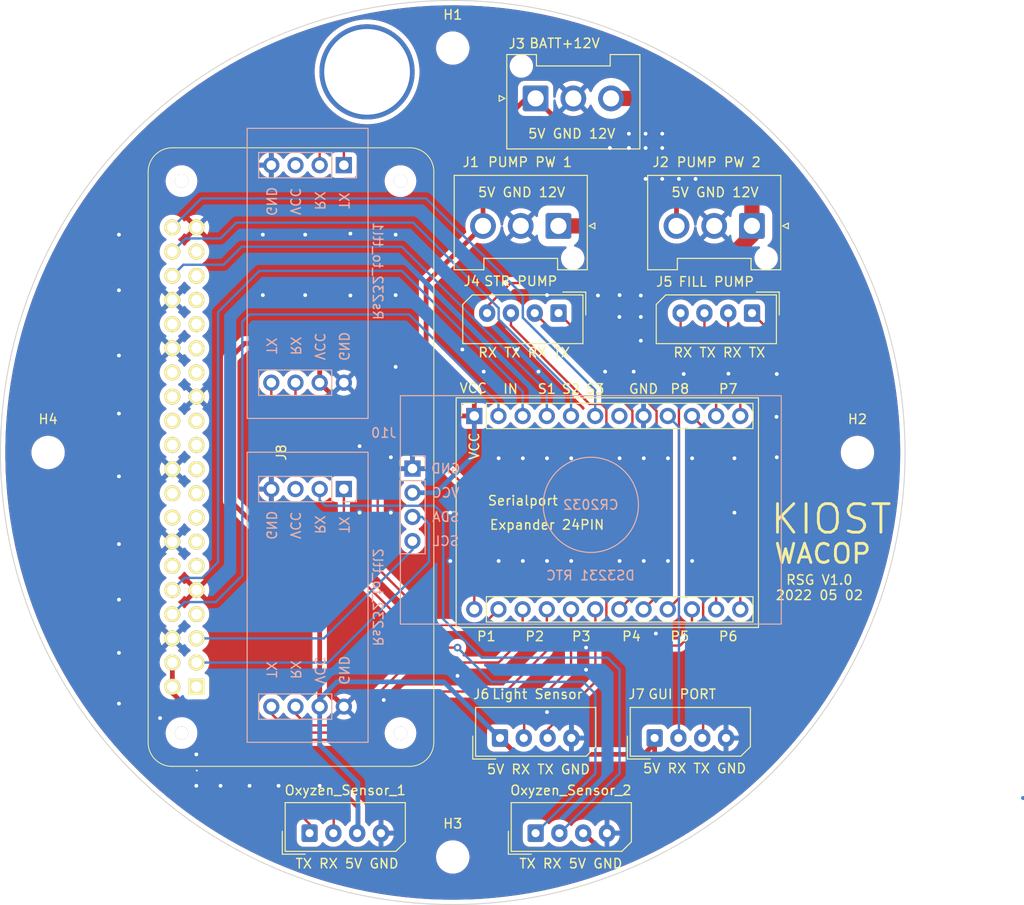
<source format=kicad_pcb>
(kicad_pcb (version 20211014) (generator pcbnew)
  (layers (0 "F.Cu" signal) (31 "B.Cu" signal) (34 "B.Paste" user) (35 "F.Paste" user) (36 "B.SilkS" user "B.Silkscreen") (37 "F.SilkS" user "F.Silkscreen") (38 "B.Mask" user) (39 "F.Mask" user) (44 "Edge.Cuts" user))
  (net 0 "")
  (net 1 "+12V")
  (net 2 "GND")
  (net 3 "+5V")
  (net 4 "/TX-P4")
  (net 5 "/RX-P4")
  (net 6 "/TX-P5")
  (net 7 "/RX-P5")
  (net 8 "/TX-P6")
  (net 9 "/RX-P6")
  (net 10 "/TX-P7")
  (net 11 "/RX-P7")
  (net 12 "/RX-P3")
  (net 13 "/TX-P3")
  (net 14 "/RX-P8")
  (net 15 "/TX-P8")
  (net 17 "/SDA")
  (net 18 "/SCL")
  (net 20 "/RX-IN")
  (net 21 "/TX-IN")
  (net 42 "/S1")
  (net 44 "/S2")
  (net 45 "/S3")
  (net 50 "/RX-P1")
  (net 51 "/TX-P1")
  (net 52 "/RX-P2")
  (net 53 "/TX-P2")
  (net 54 "Net-(Oxyzen_Sensor_1-Pad1)")
  (net 55 "Net-(Oxyzen_Sensor_1-Pad2)")
  (net 56 "Net-(Oxyzen_Sensor_2-Pad1)")
  (net 57 "Net-(Oxyzen_Sensor_2-Pad2)")
  (footprint "MountingHole:MountingHole_2.5mm" (layer "F.Cu") (at 100 77.5)
    (fp_text reference "H4" (at 0 -3.5) (layer "F.SilkS"))
    (fp_text value "MH 2.5mm")
    (pad "" np_thru_hole circle (at 0 0) (size 2.5 2.5) (drill 2.5) (layers *.Cu *.Mask))
  )
  (footprint "Connector_JST:JST_VH_B3P-VH-FB-B_1x03_P3.96mm_Vertical" (layer "F.Cu") (at 173.9175 53.69 180)
    (fp_text reference "J2" (at 9.5795 6.7 180) (layer "F.SilkS"))
    (fp_text value "P_Out_2")
    (pad "" np_thru_hole circle (at -1.5 -3.4 180) (size 1.45 1.45) (drill 1.45) (layers *.Cu *.Mask))
    (pad "1" thru_hole roundrect (at 0 0 180) (size 2.7 2.7) (drill 1.7) (layers *.Cu *.Mask) (roundrect_rratio 0.092593) (net 1 "+12V"))
    (pad "2" thru_hole circle (at 3.96 0 180) (size 2.7 2.7) (drill 1.7) (layers *.Cu *.Mask) (net 2 "GND"))
    (pad "3" thru_hole circle (at 7.92 0 180) (size 2.7 2.7) (drill 1.7) (layers *.Cu *.Mask) (net 3 "+5V"))
  )
  (footprint "Connector_JST:JST_VH_B3P-VH-FB-B_1x03_P3.96mm_Vertical" (layer "F.Cu") (at 151.2025 40.29)
    (fp_text reference "J3" (at -1.9775 -5.746) (layer "F.SilkS"))
    (fp_text value "Power_IN")
    (pad "" np_thru_hole circle (at -1.5 -3.4) (size 1.45 1.45) (drill 1.45) (layers *.Cu *.Mask))
    (pad "1" thru_hole roundrect (at 0 0) (size 2.7 2.7) (drill 1.7) (layers *.Cu *.Mask) (roundrect_rratio 0.092593) (net 3 "+5V"))
    (pad "2" thru_hole circle (at 3.96 0) (size 2.7 2.7) (drill 1.7) (layers *.Cu *.Mask) (net 2 "GND"))
    (pad "3" thru_hole circle (at 7.92 0) (size 2.7 2.7) (drill 1.7) (layers *.Cu *.Mask) (net 1 "+12V"))
  )
  (footprint "Connector_Molex:Molex_SPOX_5267-04A_1x04_P2.50mm_Vertical" (layer "F.Cu") (at 147.46 107.5)
    (fp_text reference "J6" (at -1.96 -4.6) (layer "F.SilkS"))
    (fp_text value "Light_Sensor")
    (pad "1" thru_hole roundrect (at 0 0) (size 1.7 1.85) (drill 0.85) (layers *.Cu *.Mask) (roundrect_rratio 0.1470588235) (net 3 "+5V"))
    (pad "2" thru_hole oval (at 2.5 0) (size 1.7 1.85) (drill 0.85) (layers *.Cu *.Mask) (net 12 "/RX-P3"))
    (pad "3" thru_hole oval (at 5 0) (size 1.7 1.85) (drill 0.85) (layers *.Cu *.Mask) (net 13 "/TX-P3"))
    (pad "4" thru_hole oval (at 7.5 0) (size 1.7 1.85) (drill 0.85) (layers *.Cu *.Mask) (net 2 "GND"))
  )
  (footprint "Connector_Molex:Molex_SPOX_5267-04A_1x04_P2.50mm_Vertical" (layer "F.Cu") (at 151.2 117.5)
    (fp_text reference "Oxyzen_Sensor_2" (at 3.7 -4.5) (layer "F.SilkS"))
    (fp_text value "Conn_01x04")
    (pad "1" thru_hole roundrect (at 0 0) (size 1.7 1.85) (drill 0.85) (layers *.Cu *.Mask) (roundrect_rratio 0.1470588235) (net 56 "Net-(Oxyzen_Sensor_2-Pad1)"))
    (pad "2" thru_hole oval (at 2.5 0) (size 1.7 1.85) (drill 0.85) (layers *.Cu *.Mask) (net 57 "Net-(Oxyzen_Sensor_2-Pad2)"))
    (pad "3" thru_hole oval (at 5 0) (size 1.7 1.85) (drill 0.85) (layers *.Cu *.Mask) (net 3 "+5V"))
    (pad "4" thru_hole oval (at 7.5 0) (size 1.7 1.85) (drill 0.85) (layers *.Cu *.Mask) (net 2 "GND"))
  )
  (footprint "Connector_Molex:Molex_SPOX_5267-04A_1x04_P2.50mm_Vertical" (layer "F.Cu") (at 173.93 62.85 180)
    (fp_text reference "J5" (at 9.211 3.287) (layer "F.SilkS"))
    (fp_text value "Fill_Motor_RXTX")
    (pad "1" thru_hole roundrect (at 0 0 180) (size 1.7 1.85) (drill 0.85) (layers *.Cu *.Mask) (roundrect_rratio 0.1470588235) (net 8 "/TX-P6"))
    (pad "2" thru_hole oval (at 2.5 0 180) (size 1.7 1.85) (drill 0.85) (layers *.Cu *.Mask) (net 9 "/RX-P6"))
    (pad "3" thru_hole oval (at 5 0 180) (size 1.7 1.85) (drill 0.85) (layers *.Cu *.Mask) (net 10 "/TX-P7"))
    (pad "4" thru_hole oval (at 7.5 0 180) (size 1.7 1.85) (drill 0.85) (layers *.Cu *.Mask) (net 11 "/RX-P7"))
  )
  (footprint "serialport expander 2x12pin 2.54mm:Zero_2" (layer "F.Cu") (at 125 77.5 90)
    (fp_text reference "J8" (at 0 -0.5 90 unlocked) (layer "F.SilkS"))
    (fp_text value "RaspberryPi_Zero_2_W")
    (pad "1" thru_hole rect (at -24.61 -9.41 180) (size 1.665 1.665) (drill 1.11) (layers *.Cu *.Mask "F.SilkS"))
    (pad "2" thru_hole circle (at -24.61 -11.95 180) (size 1.665 1.665) (drill 1.11) (layers *.Cu *.Mask "F.SilkS") (net 3 "+5V"))
    (pad "3" thru_hole circle (at -22.07 -9.41 180) (size 1.665 1.665) (drill 1.11) (layers *.Cu *.Mask "F.SilkS") (net 17 "/SDA"))
    (pad "4" thru_hole circle (at -22.07 -11.95 180) (size 1.665 1.665) (drill 1.11) (layers *.Cu *.Mask "F.SilkS") (net 3 "+5V"))
    (pad "5" thru_hole circle (at -19.53 -9.41 180) (size 1.665 1.665) (drill 1.11) (layers *.Cu *.Mask "F.SilkS") (net 18 "/SCL"))
    (pad "6" thru_hole circle (at -19.53 -11.95 180) (size 1.665 1.665) (drill 1.11) (layers *.Cu *.Mask "F.SilkS") (net 2 "GND"))
    (pad "7" thru_hole circle (at -16.99 -9.41 180) (size 1.665 1.665) (drill 1.11) (layers *.Cu *.Mask "F.SilkS"))
    (pad "8" thru_hole circle (at -16.99 -11.95 180) (size 1.665 1.665) (drill 1.11) (layers *.Cu *.Mask "F.SilkS") (net 20 "/RX-IN"))
    (pad "9" thru_hole circle (at -14.45 -9.41 180) (size 1.665 1.665) (drill 1.11) (layers *.Cu *.Mask "F.SilkS") (net 2 "GND"))
    (pad "10" thru_hole circle (at -14.45 -11.95 180) (size 1.665 1.665) (drill 1.11) (layers *.Cu *.Mask "F.SilkS") (net 21 "/TX-IN"))
    (pad "11" thru_hole circle (at -11.91 -9.41 180) (size 1.665 1.665) (drill 1.11) (layers *.Cu *.Mask "F.SilkS"))
    (pad "12" thru_hole circle (at -11.91 -11.95 180) (size 1.665 1.665) (drill 1.11) (layers *.Cu *.Mask "F.SilkS"))
    (pad "13" thru_hole circle (at -9.37 -9.41 180) (size 1.665 1.665) (drill 1.11) (layers *.Cu *.Mask "F.SilkS"))
    (pad "14" thru_hole circle (at -9.37 -11.95 180) (size 1.665 1.665) (drill 1.11) (layers *.Cu *.Mask "F.SilkS") (net 2 "GND"))
    (pad "15" thru_hole circle (at -6.83 -9.41 180) (size 1.665 1.665) (drill 1.11) (layers *.Cu *.Mask "F.SilkS"))
    (pad "16" thru_hole circle (at -6.83 -11.95 180) (size 1.665 1.665) (drill 1.11) (layers *.Cu *.Mask "F.SilkS"))
    (pad "17" thru_hole circle (at -4.29 -9.41 180) (size 1.665 1.665) (drill 1.11) (layers *.Cu *.Mask "F.SilkS"))
    (pad "18" thru_hole circle (at -4.29 -11.95 180) (size 1.665 1.665) (drill 1.11) (layers *.Cu *.Mask "F.SilkS"))
    (pad "19" thru_hole circle (at -1.75 -9.41 180) (size 1.665 1.665) (drill 1.11) (layers *.Cu *.Mask "F.SilkS"))
    (pad "20" thru_hole circle (at -1.75 -11.95 180) (size 1.665 1.665) (drill 1.11) (layers *.Cu *.Mask "F.SilkS") (net 2 "GND"))
    (pad "21" thru_hole circle (at 0.79 -9.41 180) (size 1.665 1.665) (drill 1.11) (layers *.Cu *.Mask "F.SilkS"))
    (pad "22" thru_hole circle (at 0.79 -11.95 180) (size 1.665 1.665) (drill 1.11) (layers *.Cu *.Mask "F.SilkS"))
    (pad "23" thru_hole circle (at 3.33 -9.41 180) (size 1.665 1.665) (drill 1.11) (layers *.Cu *.Mask "F.SilkS"))
    (pad "24" thru_hole circle (at 3.33 -11.95 180) (size 1.665 1.665) (drill 1.11) (layers *.Cu *.Mask "F.SilkS"))
    (pad "25" thru_hole circle (at 5.87 -9.41 180) (size 1.665 1.665) (drill 1.11) (layers *.Cu *.Mask "F.SilkS") (net 2 "GND"))
    (pad "26" thru_hole circle (at 5.87 -11.95 180) (size 1.665 1.665) (drill 1.11) (layers *.Cu *.Mask "F.SilkS"))
    (pad "27" thru_hole circle (at 8.41 -9.41 180) (size 1.665 1.665) (drill 1.11) (layers *.Cu *.Mask "F.SilkS"))
    (pad "28" thru_hole circle (at 8.41 -11.95 180) (size 1.665 1.665) (drill 1.11) (layers *.Cu *.Mask "F.SilkS"))
    (pad "29" thru_hole circle (at 10.95 -9.41 180) (size 1.665 1.665) (drill 1.11) (layers *.Cu *.Mask "F.SilkS"))
    (pad "30" thru_hole circle (at 10.95 -11.95 180) (size 1.665 1.665) (drill 1.11) (layers *.Cu *.Mask "F.SilkS") (net 2 "GND"))
    (pad "31" thru_hole circle (at 13.49 -9.41 180) (size 1.665 1.665) (drill 1.11) (layers *.Cu *.Mask "F.SilkS"))
    (pad "32" thru_hole circle (at 13.49 -11.95 180) (size 1.665 1.665) (drill 1.11) (layers *.Cu *.Mask "F.SilkS"))
    (pad "33" thru_hole circle (at 16.03 -9.41 180) (size 1.665 1.665) (drill 1.11) (layers *.Cu *.Mask "F.SilkS"))
    (pad "34" thru_hole circle (at 16.03 -11.95 180) (size 1.665 1.665) (drill 1.11) (layers *.Cu *.Mask "F.SilkS") (net 2 "GND"))
    (pad "35" thru_hole circle (at 18.57 -9.41 180) (size 1.665 1.665) (drill 1.11) (layers *.Cu *.Mask "F.SilkS"))
    (pad "36" thru_hole circle (at 18.57 -11.95 180) (size 1.665 1.665) (drill 1.11) (layers *.Cu *.Mask "F.SilkS") (net 42 "/S1"))
    (pad "37" thru_hole circle (at 21.11 -9.41 180) (size 1.665 1.665) (drill 1.11) (layers *.Cu *.Mask "F.SilkS"))
    (pad "38" thru_hole circle (at 21.11 -11.95 180) (size 1.665 1.665) (drill 1.11) (layers *.Cu *.Mask "F.SilkS") (net 44 "/S2"))
    (pad "39" thru_hole circle (at 23.65 -9.41 180) (size 1.665 1.665) (drill 1.11) (layers *.Cu *.Mask "F.SilkS") (net 2 "GND"))
    (pad "40" thru_hole circle (at 23.65 -11.95 180) (size 1.665 1.665) (drill 1.11) (layers *.Cu *.Mask "F.SilkS") (net 45 "/S3"))
    (pad "MH1" thru_hole circle (at -29.48 -10.99 180) (size 1.4 1.4) (drill 2.8) (layers *.Cu *.Mask "F.SilkS"))
    (pad "MH2" thru_hole circle (at -29.48 12.01 180) (size 1.4 1.4) (drill 2.8) (layers *.Cu *.Mask "F.SilkS"))
    (pad "MH3" thru_hole circle (at 28.52 12.01 180) (size 1.4 1.4) (drill 2.8) (layers *.Cu *.Mask "F.SilkS"))
    (pad "MH4" thru_hole circle (at 28.52 -10.99 180) (size 1.4 1.4) (drill 2.8) (layers *.Cu *.Mask "F.SilkS"))
  )
  (footprint "Connector_Molex:Molex_SPOX_5267-04A_1x04_P2.50mm_Vertical" (layer "F.Cu") (at 153.61 62.85 180)
    (fp_text reference "J4" (at 9.11 3.35) (layer "F.SilkS"))
    (fp_text value "Stir_Motor_RXTX")
    (pad "1" thru_hole roundrect (at 0 0 180) (size 1.7 1.85) (drill 0.85) (layers *.Cu *.Mask) (roundrect_rratio 0.1470588235) (net 4 "/TX-P4"))
    (pad "2" thru_hole oval (at 2.5 0 180) (size 1.7 1.85) (drill 0.85) (layers *.Cu *.Mask) (net 5 "/RX-P4"))
    (pad "3" thru_hole oval (at 5 0 180) (size 1.7 1.85) (drill 0.85) (layers *.Cu *.Mask) (net 6 "/TX-P5"))
    (pad "4" thru_hole oval (at 7.5 0 180) (size 1.7 1.85) (drill 0.85) (layers *.Cu *.Mask) (net 7 "/RX-P5"))
  )
  (footprint "Connector_JST:JST_VH_B3P-VH-FB-B_1x03_P3.96mm_Vertical" (layer "F.Cu") (at 153.5975 53.69 180)
    (fp_text reference "J1" (at 9.1985 6.7 180) (layer "F.SilkS"))
    (fp_text value "P_Out_1")
    (pad "" np_thru_hole circle (at -1.5 -3.4 180) (size 1.45 1.45) (drill 1.45) (layers *.Cu *.Mask))
    (pad "1" thru_hole roundrect (at 0 0 180) (size 2.7 2.7) (drill 1.7) (layers *.Cu *.Mask) (roundrect_rratio 0.092593) (net 1 "+12V"))
    (pad "2" thru_hole circle (at 3.96 0 180) (size 2.7 2.7) (drill 1.7) (layers *.Cu *.Mask) (net 2 "GND"))
    (pad "3" thru_hole circle (at 7.92 0 180) (size 2.7 2.7) (drill 1.7) (layers *.Cu *.Mask) (net 3 "+5V"))
  )
  (footprint "Connector_Molex:Molex_SPOX_5267-04A_1x04_P2.50mm_Vertical" (layer "F.Cu") (at 127.46 117.5)
    (fp_text reference "Oxyzen_Sensor_1" (at 3.75 -4.5) (layer "F.SilkS"))
    (fp_text value "Conn_01x04")
    (pad "1" thru_hole roundrect (at 0 0) (size 1.7 1.85) (drill 0.85) (layers *.Cu *.Mask) (roundrect_rratio 0.1470588235) (net 54 "Net-(Oxyzen_Sensor_1-Pad1)"))
    (pad "2" thru_hole oval (at 2.5 0) (size 1.7 1.85) (drill 0.85) (layers *.Cu *.Mask) (net 55 "Net-(Oxyzen_Sensor_1-Pad2)"))
    (pad "3" thru_hole oval (at 5 0) (size 1.7 1.85) (drill 0.85) (layers *.Cu *.Mask) (net 3 "+5V"))
    (pad "4" thru_hole oval (at 7.5 0) (size 1.7 1.85) (drill 0.85) (layers *.Cu *.Mask) (net 2 "GND"))
  )
  (footprint "MountingHole:MountingHole_2.5mm" (layer "F.Cu") (at 185 77.5)
    (fp_text reference "H2" (at 0 -3.5) (layer "F.SilkS"))
    (fp_text value "MH 2.5mm")
    (pad "" np_thru_hole circle (at 0 0) (size 2.5 2.5) (drill 2.5) (layers *.Cu *.Mask))
  )
  (footprint "Connector_Molex:Molex_SPOX_5267-04A_1x04_P2.50mm_Vertical" (layer "F.Cu") (at 163.7 107.5)
    (fp_text reference "J7" (at -1.9 -4.6) (layer "F.SilkS"))
    (fp_text value "GUI_PORT")
    (pad "1" thru_hole roundrect (at 0 0) (size 1.7 1.85) (drill 0.85) (layers *.Cu *.Mask) (roundrect_rratio 0.1470588235) (net 3 "+5V"))
    (pad "2" thru_hole oval (at 2.5 0) (size 1.7 1.85) (drill 0.85) (layers *.Cu *.Mask) (net 14 "/RX-P8"))
    (pad "3" thru_hole oval (at 5 0) (size 1.7 1.85) (drill 0.85) (layers *.Cu *.Mask) (net 15 "/TX-P8"))
    (pad "4" thru_hole oval (at 7.5 0) (size 1.7 1.85) (drill 0.85) (layers *.Cu *.Mask) (net 2 "GND"))
  )
  (footprint "MountingHole:MountingHole_2.5mm" (layer "F.Cu") (at 142.5 120)
    (fp_text reference "H3" (at 0 -3.5) (layer "F.SilkS"))
    (fp_text value "MH 2.5mm")
    (pad "" np_thru_hole circle (at 0 0) (size 2.5 2.5) (drill 2.5) (layers *.Cu *.Mask))
  )
  (footprint "MountingHole:MountingHole_2.5mm" (layer "F.Cu") (at 142.5 35)
    (fp_text reference "H1" (at 0 -3.5) (layer "F.SilkS"))
    (fp_text value "MH 2.5mm")
    (pad "" np_thru_hole circle (at 0 0) (size 2.5 2.5) (drill 2.5) (layers *.Cu *.Mask))
  )
  (footprint "serialport expander 2x12pin 2.54mm:Connector Hole 10mm" (layer "F.Cu") (at 133.5 37.5)
    (fp_text reference "H5" hide)
    (fp_text value "CH 10mm")
    (pad "" np_thru_hole circle (at 0 0) (size 10 10) (drill 9) (layers F&B.Cu *.Mask))
  )
  (footprint "serialport expander 2x12pin 2.54mm:serialport expander 2x12pin 2.54mm" (layer "F.Cu") (at 160 83.82 90)
    (fp_text reference "J9" hide)
    (fp_text value "SerialPortExpander")
    (fp_text user "P8" (at 13 6.35 unlocked) (layer "F.SilkS"))
    (fp_text user "S2" (at 13 -5.08 unlocked) (layer "F.SilkS"))
    (fp_text user "P5" (at -13 6.35 unlocked) (layer "F.SilkS"))
    (fp_text user "S3" (at 13 -2.54 unlocked) (layer "F.SilkS"))
    (fp_text user "P6" (at -13 11.43 unlocked) (layer "F.SilkS"))
    (fp_text user "Expander 24PIN" (at -1.28 -7.6 unlocked) (layer "F.SilkS"))
    (fp_text user "Serialport" (at 1.26 -10.14 unlocked) (layer "F.SilkS"))
    (fp_text user "P2" (at -13 -8.89 unlocked) (layer "F.SilkS"))
    (fp_text user "VCC" (at 6.985 -15.24 90 unlocked) (layer "F.SilkS"))
    (fp_text user "P4" (at -13 1.27 unlocked) (layer "F.SilkS"))
    (fp_text user "IN" (at 13 -11.43 unlocked) (layer "F.SilkS"))
    (fp_text user "GND" (at 13 2.54 unlocked) (layer "F.SilkS"))
    (fp_text user "P1" (at -13 -13.97 unlocked) (layer "F.SilkS"))
    (fp_text user "P3" (at -13 -4 unlocked) (layer "F.SilkS"))
    (fp_text user "S1" (at 13 -7.62 unlocked) (layer "F.SilkS"))
    (fp_text user "P7" (at 13 11.43 unlocked) (layer "F.SilkS"))
    (pad "1" thru_hole rect (at 10.16 -15.24 90) (size 1.7 1.7) (drill 1) (layers *.Cu *.Mask) (net 3 "+5V"))
    (pad "2" thru_hole oval (at 10.16 -12.7 90) (size 1.7 1.7) (drill 1) (layers *.Cu *.Mask) (net 20 "/RX-IN"))
    (pad "3" thru_hole oval (at 10.16 -10.16 90) (size 1.7 1.7) (drill 1) (layers *.Cu *.Mask) (net 21 "/TX-IN"))
    (pad "4" thru_hole oval (at 10.16 -7.62 90) (size 1.7 1.7) (drill 1) (layers *.Cu *.Mask) (net 42 "/S1"))
    (pad "5" thru_hole oval (at 10.16 -5.08 90) (size 1.7 1.7) (drill 1) (layers *.Cu *.Mask) (net 44 "/S2"))
    (pad "6" thru_hole oval (at 10.16 -2.54 90) (size 1.7 1.7) (drill 1) (layers *.Cu *.Mask) (net 45 "/S3"))
    (pad "7" thru_hole oval (at 10.16 0 90) (size 1.7 1.7) (drill 1) (layers *.Cu *.Mask))
    (pad "8" thru_hole oval (at 10.16 2.54 90) (size 1.7 1.7) (drill 1) (layers *.Cu *.Mask) (net 2 "GND"))
    (pad "9" thru_hole oval (at 10.16 5.08 90) (size 1.7 1.7) (drill 1) (layers *.Cu *.Mask) (net 14 "/RX-P8"))
    (pad "10" thru_hole oval (at 10.16 7.62 90) (size 1.7 1.7) (drill 1) (layers *.Cu *.Mask) (net 15 "/TX-P8"))
    (pad "11" thru_hole oval (at 10.16 10.16 90) (size 1.7 1.7) (drill 1) (layers *.Cu *.Mask) (net 11 "/RX-P7"))
    (pad "12" thru_hole oval (at 10.16 12.7 90) (size 1.7 1.7) (drill 1) (layers *.Cu *.Mask) (net 10 "/TX-P7"))
    (pad "13" thru_hole circle (at -10.16 -15.24 90) (size 1.7 1.7) (drill 1) (layers *.Cu *.Mask) (net 50 "/RX-P1"))
    (pad "14" thru_hole oval (at -10.16 -12.7 90) (size 1.7 1.7) (drill 1) (layers *.Cu *.Mask) (net 51 "/TX-P1"))
    (pad "15" thru_hole oval (at -10.16 -10.16 90) (size 1.7 1.7) (drill 1) (layers *.Cu *.Mask) (net 52 "/RX-P2"))
    (pad "16" thru_hole oval (at -10.16 -7.62 90) (size 1.7 1.7) (drill 1) (layers *.Cu *.Mask) (net 53 "/TX-P2"))
    (pad "17" thru_hole oval (at -10.16 -5.08 90) (size 1.7 1.7) (drill 1) (layers *.Cu *.Mask) (net 12 "/RX-P3"))
    (pad "18" thru_hole oval (at -10.16 -2.54 90) (size 1.7 1.7) (drill 1) (layers *.Cu *.Mask) (net 13 "/TX-P3"))
    (pad "19" thru_hole oval (at -10.16 0 90) (size 1.7 1.7) (drill 1) (layers *.Cu *.Mask) (net 5 "/RX-P4"))
    (pad "20" thru_hole oval (at -10.16 2.54 90) (size 1.7 1.7) (drill 1) (layers *.Cu *.Mask) (net 4 "/TX-P4"))
    (pad "21" thru_hole oval (at -10.16 5.08 90) (size 1.7 1.7) (drill 1) (layers *.Cu *.Mask) (net 7 "/RX-P5"))
    (pad "22" thru_hole oval (at -10.16 7.62 90) (size 1.7 1.7) (drill 1) (layers *.Cu *.Mask) (net 6 "/TX-P5"))
    (pad "23" thru_hole oval (at -10.16 10.16 90) (size 1.7 1.7) (drill 1) (layers *.Cu *.Mask) (net 9 "/RX-P6"))
    (pad "24" thru_hole oval (at -10.16 12.7 90) (size 1.7 1.7) (drill 1) (layers *.Cu *.Mask) (net 8 "/TX-P6"))
  )
  (footprint "serialport expander 2x12pin 2.54mm:DS3231_RTC" (layer "B.Cu") (at 157 83 180)
    (fp_text reference "J10" (at 21.745 7.562 unlocked) (layer "B.SilkS") (effects (justify mirror)))
    (fp_text value "Ds3231_RTC")
    (fp_text user "SCL" (at 15.24 -3.81 unlocked) (layer "B.SilkS") (effects (justify mirror)))
    (fp_text user "CR2032" (at 0 0 unlocked) (layer "B.SilkS") (effects (justify mirror)))
    (fp_text user "GND" (at 15.24 3.81 unlocked) (layer "B.SilkS") (effects (justify mirror)))
    (fp_text user "SDA" (at 15.24 -1.27 unlocked) (layer "B.SilkS") (effects (justify mirror)))
    (fp_text user "VCC" (at 15.24 1.27 unlocked) (layer "B.SilkS") (effects (justify mirror)))
    (pad "1" thru_hole rect (at 18.73 3.81 180) (size 1.7 1.7) (drill 1) (layers *.Cu *.Mask) (net 2 "GND"))
    (pad "2" thru_hole oval (at 18.73 1.27 180) (size 1.7 1.7) (drill 1) (layers *.Cu *.Mask) (net 3 "+5V"))
    (pad "3" thru_hole oval (at 18.73 -1.27 180) (size 1.7 1.7) (drill 1) (layers *.Cu *.Mask) (net 17 "/SDA"))
    (pad "4" thru_hole oval (at 18.73 -3.81 180) (size 1.7 1.7) (drill 1) (layers *.Cu *.Mask) (net 18 "/SCL"))
  )
  (footprint "serialport expander 2x12pin 2.54mm:Rs232 to TTL" (layer "B.Cu") (at 128.524 58.674 90)
    (fp_text reference "Rs232_to_ttl1" (at 0.254 6.096 270 unlocked) (layer "B.SilkS") (effects (justify mirror)))
    (fp_text value "Conn_02x04_Counter_Clockwise")
    (fp_text user "TX" (at 7.62 2.54 270 unlocked) (layer "B.SilkS") (effects (justify mirror)))
    (fp_text user "RX" (at -7.62 -2.54 270 unlocked) (layer "B.SilkS") (effects (justify mirror)))
    (fp_text user "RX" (at 7.62 0 270 unlocked) (layer "B.SilkS") (effects (justify mirror)))
    (fp_text user "TX" (at -7.62 -5.08 270 unlocked) (layer "B.SilkS") (effects (justify mirror)))
    (fp_text user "GND" (at 7.56 -5.08 270 unlocked) (layer "B.SilkS") (effects (justify mirror)))
    (fp_text user "VCC" (at -7.68 0 270 unlocked) (layer "B.SilkS") (effects (justify mirror)))
    (fp_text user "GND" (at -7.68 2.54 270 unlocked) (layer "B.SilkS") (effects (justify mirror)))
    (fp_text user "VCC" (at 7.56 -2.57 270 unlocked) (layer "B.SilkS") (effects (justify mirror)))
    (pad "1" thru_hole circle (at -11.49 2.54 90) (size 1.7 1.7) (drill 1) (layers *.Cu *.Mask) (net 2 "GND"))
    (pad "2" thru_hole oval (at -11.49 0 90) (size 1.7 1.7) (drill 1) (layers *.Cu *.Mask) (net 3 "+5V"))
    (pad "3" thru_hole oval (at -11.49 -2.54 90) (size 1.7 1.7) (drill 1) (layers *.Cu *.Mask) (net 50 "/RX-P1"))
    (pad "4" thru_hole oval (at -11.49 -5.08 90) (size 1.7 1.7) (drill 1) (layers *.Cu *.Mask) (net 51 "/TX-P1"))
    (pad "5" thru_hole oval (at 11.37 -5.08 90) (size 1.7 1.7) (drill 1) (layers *.Cu *.Mask) (net 2 "GND"))
    (pad "6" thru_hole oval (at 11.37 -2.54 90) (size 1.7 1.7) (drill 1) (layers *.Cu *.Mask))
    (pad "7" thru_hole oval (at 11.37 0 90) (size 1.7 1.7) (drill 1) (layers *.Cu *.Mask) (net 55 "Net-(Oxyzen_Sensor_1-Pad2)"))
    (pad "8" thru_hole rect (at 11.37 2.54 90) (size 1.7 1.7) (drill 1) (layers *.Cu *.Mask) (net 54 "Net-(Oxyzen_Sensor_1-Pad1)"))
  )
  (footprint "serialport expander 2x12pin 2.54mm:Rs232 to TTL" (layer "B.Cu") (at 128.524 92.71 90)
    (fp_text reference "Rs232_to_ttl2" (at 0 6.096 270 unlocked) (layer "B.SilkS") (effects (justify mirror)))
    (fp_text value "Conn_02x04_Counter_Clockwise")
    (fp_text user "VCC" (at -7.68 0 270 unlocked) (layer "B.SilkS") (effects (justify mirror)))
    (fp_text user "VCC" (at 7.56 -2.57 270 unlocked) (layer "B.SilkS") (effects (justify mirror)))
    (fp_text user "GND" (at 7.56 -5.08 270 unlocked) (layer "B.SilkS") (effects (justify mirror)))
    (fp_text user "GND" (at -7.68 2.54 270 unlocked) (layer "B.SilkS") (effects (justify mirror)))
    (fp_text user "TX" (at 7.62 2.54 270 unlocked) (layer "B.SilkS") (effects (justify mirror)))
    (fp_text user "RX" (at -7.62 -2.54 270 unlocked) (layer "B.SilkS") (effects (justify mirror)))
    (fp_text user "RX" (at 7.62 0 270 unlocked) (layer "B.SilkS") (effects (justify mirror)))
    (fp_text user "TX" (at -7.62 -5.08 270 unlocked) (layer "B.SilkS") (effects (justify mirror)))
    (pad "1" thru_hole circle (at -11.49 2.54 90) (size 1.7 1.7) (drill 1) (layers *.Cu *.Mask) (net 2 "GND"))
    (pad "2" thru_hole oval (at -11.49 0 90) (size 1.7 1.7) (drill 1) (layers *.Cu *.Mask) (net 3 "+5V"))
    (pad "3" thru_hole oval (at -11.49 -2.54 90) (size 1.7 1.7) (drill 1) (layers *.Cu *.Mask) (net 52 "/RX-P2"))
    (pad "4" thru_hole oval (at -11.49 -5.08 90) (size 1.7 1.7) (drill 1) (layers *.Cu *.Mask) (net 53 "/TX-P2"))
    (pad "5" thru_hole oval (at 11.37 -5.08 90) (size 1.7 1.7) (drill 1) (layers *.Cu *.Mask) (net 2 "GND"))
    (pad "6" thru_hole oval (at 11.37 -2.54 90) (size 1.7 1.7) (drill 1) (layers *.Cu *.Mask))
    (pad "7" thru_hole oval (at 11.37 0 90) (size 1.7 1.7) (drill 1) (layers *.Cu *.Mask) (net 57 "Net-(Oxyzen_Sensor_2-Pad2)"))
    (pad "8" thru_hole rect (at 11.37 2.54 90) (size 1.7 1.7) (drill 1) (layers *.Cu *.Mask) (net 56 "Net-(Oxyzen_Sensor_2-Pad1)"))
  )
  (gr_circle (center 202.4 113.8) (end 202.4 113.8) (layer "B.Cu") (width 0.2) (fill none))
  (gr_circle (center 202.4 113.8) (end 202.4 113.8) (layer "B.Cu") (width 0.2) (fill none))
  (gr_circle (center 202.4 113.8) (end 202.4 113.8) (layer "B.Cu") (width 0.2) (fill none))
  (gr_circle (center 142.5 77.5) (end 190 77.5) (layer "Edge.Cuts") (width 0.1) (fill none))
  (gr_text "DS3231 RTC" (at 156.972 90.424) (layer "B.SilkS") (effects (font (size 1 1)) (justify mirror)))
  (gr_text "STR PUMP" (at 149.6375 59.5) (layer "F.SilkS") (effects (font (size 1 1))))
  (gr_text "RSG V1.0\n2022 05 02" (at 181 91.694) (layer "F.SilkS") (effects (font (size 1 1))))
  (gr_text "5V GND 12V" (at 170.053 50.165) (layer "F.SilkS") (effects (font (size 1 1))))
  (gr_text "5V RX TX GND" (at 151.5 110.8) (layer "F.SilkS") (effects (font (size 1 1))))
  (gr_text "VCC" (at 144.653 70.739) (layer "F.SilkS") (effects (font (size 1 1))))
  (gr_text "5V RX TX GND" (at 167.9 110.7) (layer "F.SilkS") (effects (font (size 1 1))))
  (gr_text "GUI PORT" (at 166.6 102.9) (layer "F.SilkS") (effects (font (size 1 1))))
  (gr_text "RX TX RX TX" (at 150 67) (layer "F.SilkS") (effects (font (size 1 1))))
  (gr_text "FILL PUMP\n" (at 170.18 59.563) (layer "F.SilkS") (effects (font (size 1 1))))
  (gr_text "WACOP" (at 181.356 88.138) (layer "F.SilkS") (effects (font (size 2 2) (thickness 0.3))))
  (gr_text "BATT+12V" (at 154.25 34.5) (layer "F.SilkS") (effects (font (size 1 1))))
  (gr_text "5V GND 12V" (at 155 44) (layer "F.SilkS") (effects (font (size 1 1))))
  (gr_text "TX RX 5V GND" (at 154.9 120.7) (layer "F.SilkS") (effects (font (size 1 1))))
  (gr_text "RX TX RX TX" (at 170.5 67) (layer "F.SilkS") (effects (font (size 1 1))))
  (gr_text "TX RX 5V GND" (at 131.4 120.7) (layer "F.SilkS") (effects (font (size 1 1))))
  (gr_text "PUMP PW 1" (at 150.622 46.99) (layer "F.SilkS") (effects (font (size 1 1))))
  (gr_text "Light Sensor" (at 151.4 102.9) (layer "F.SilkS") (effects (font (size 1 1))))
  (gr_text "KIOST" (at 182.25 84.5) (layer "F.SilkS") (effects (font (size 3 3) (thickness 0.3))))
  (gr_text "PUMP PW 2\n" (at 170.434 47) (layer "F.SilkS") (effects (font (size 1 1))))
  (gr_text "5V GND 12V" (at 149.733 50.165) (layer "F.SilkS") (effects (font (size 1 1))))
  (segment (start 170.18 58.42) (end 173.9175 54.6825) (width 1.6) (layer "F.Cu") (net 1))
  (segment (start 153.5975 53.69) (end 157.83 53.69) (width 1.6) (layer "F.Cu") (net 1))
  (segment (start 159.1225 40.29) (end 164.75 40.29) (width 1.6) (layer "F.Cu") (net 1))
  (segment (start 173.9175 54.6825) (end 173.9175 53.69) (width 1.6) (layer "F.Cu") (net 1))
  (segment (start 173.9175 49.4575) (end 173.9175 53.69) (width 1.6) (layer "F.Cu") (net 1))
  (segment (start 162.56 58.42) (end 170.18 58.42) (width 1.6) (layer "F.Cu") (net 1))
  (segment (start 164.75 40.29) (end 173.9175 49.4575) (width 1.6) (layer "F.Cu") (net 1))
  (segment (start 157.83 53.69) (end 162.56 58.42) (width 1.6) (layer "F.Cu") (net 1))
  (via (at 107.442 73.406) (size 0.8) (drill 0.4) (layers "F.Cu" "B.Cu") (net 2))
  (via (at 172.085 78.105) (size 0.8) (drill 0.4) (layers "F.Cu" "B.Cu") (net 2))
  (via (at 124.206 112.522) (size 0.8) (drill 0.4) (layers "F.Cu" "B.Cu") (net 2))
  (via (at 122.555 54.61) (size 0.8) (drill 0.4) (layers "F.Cu" "B.Cu") (net 2))
  (via (at 152.4 104.775) (size 0.8) (drill 0.4) (layers "F.Cu" "B.Cu") (net 2))
  (via (at 166.25 48.75) (size 0.8) (drill 0.4) (layers "F.Cu" "B.Cu") (net 2))
  (via (at 152.4 60.96) (size 0.8) (drill 0.4) (layers "F.Cu" "B.Cu") (net 2))
  (via (at 160 63.25) (size 0.8) (drill 0.4) (layers "F.Cu" "B.Cu") (net 2))
  (via (at 131.75 54.5) (size 0.8) (drill 0.4) (layers "F.Cu" "B.Cu") (net 2))
  (via (at 147.32 88.9) (size 0.8) (drill 0.4) (layers "F.Cu" "B.Cu") (net 2))
  (via (at 147.32 78.105) (size 0.8) (drill 0.4) (layers "F.Cu" "B.Cu") (net 2))
  (via (at 111.76 105.41) (size 0.8) (drill 0.4) (layers "F.Cu" "B.Cu") (net 2))
  (via (at 132.715 76.835) (size 0.8) (drill 0.4) (layers "F.Cu" "B.Cu") (net 2))
  (via (at 176.5 73.75) (size 0.8) (drill 0.4) (layers "F.Cu" "B.Cu") (net 2))
  (via (at 160.02 88.9) (size 0.8) (drill 0.4) (layers "F.Cu" "B.Cu") (net 2))
  (via (at 159 45.5) (size 0.8) (drill 0.4) (layers "F.Cu" "B.Cu") (net 2))
  (via (at 171.45 69.215) (size 0.8) (drill 0.4) (layers "F.Cu" "B.Cu") (net 2))
  (via (at 162.25 61) (size 0.8) (drill 0.4) (layers "F.Cu" "B.Cu") (net 2))
  (via (at 160.02 78.105) (size 0.8) (drill 0.4) (layers "F.Cu" "B.Cu") (net 2))
  (via (at 107.442 60.452) (size 0.8) (drill 0.4) (layers "F.Cu" "B.Cu") (net 2))
  (via (at 149.86 88.9) (size 0.8) (drill 0.4) (layers "F.Cu" "B.Cu") (net 2))
  (via (at 142.24 88.9) (size 0.8) (drill 0.4) (layers "F.Cu" "B.Cu") (net 2))
  (via (at 107.442 54.61) (size 0.8) (drill 0.4) (layers "F.Cu" "B.Cu") (net 2))
  (via (at 162.25 65.75) (size 0.8) (drill 0.4) (layers "F.Cu" "B.Cu") (net 2))
  (via (at 132.715 83.82) (size 0.8) (drill 0.4) (layers "F.Cu" "B.Cu") (net 2))
  (via (at 145.75 69) (size 0.8) (drill 0.4) (layers "F.Cu" "B.Cu") (net 2))
  (via (at 167.64 78.105) (size 0.8) (drill 0.4) (layers "F.Cu" "B.Cu") (net 2))
  (via (at 152.4 78.105) (size 0.8) (drill 0.4) (layers "F.Cu" "B.Cu") (net 2))
  (via (at 107.442 80.01) (size 0.8) (drill 0.4) (layers "F.Cu" "B.Cu") (net 2))
  (via (at 115.57 109.22) (size 0.8) (drill 0.4) (layers "F.Cu" "B.Cu") (net 2))
  (via (at 164.5 48.75) (size 0.8) (drill 0.4) (layers "F.Cu" "B.Cu") (net 2))
  (via (at 162.56 78.105) (size 0.8) (drill 0.4) (layers "F.Cu" "B.Cu") (net 2))
  (via (at 143 100.965) (size 0.8) (drill 0.4) (layers "F.Cu" "B.Cu") (net 2))
  (via (at 143.51 66.675) (size 0.8) (drill 0.4) (layers "F.Cu" "B.Cu") (net 2))
  (via (at 136 83.82) (size 0.8) (drill 0.4) (layers "F.Cu" "B.Cu") (net 2))
  (via (at 160.02 60.96) (size 0.8) (drill 0.4) (layers "F.Cu" "B.Cu") (net 2))
  (via (at 162.75 45.5) (size 0.8) (drill 0.4) (layers "F.Cu" "B.Cu") (net 2))
  (via (at 131.75 61) (size 0.8) (drill 0.4) (layers "F.Cu" "B.Cu") (net 2))
  (via (at 142.24 83.82) (size 0.8) (drill 0.4) (layers "F.Cu" "B.Cu") (net 2))
  (via (at 164.5 44) (size 0.8) (drill 0.4) (layers "F.Cu" "B.Cu") (net 2))
  (via (at 152.4 88.9) (size 0.8) (drill 0.4) (layers "F.Cu" "B.Cu") (net 2))
  (via (at 158.5 69) (size 0.8) (drill 0.4) (layers "F.Cu" "B.Cu") (net 2))
  (via (at 107.442 67.31) (size 0.8) (drill 0.4) (layers "F.Cu" "B.Cu") (net 2))
  (via (at 122.555 60.96) (size 0.8) (drill 0.4) (layers "F.Cu" "B.Cu") (net 2))
  (via (at 154.94 78.105) (size 0.8) (drill 0.4) (layers "F.Cu" "B.Cu") (net 2))
  (via (at 107.442 92.964) (size 0.8) (drill 0.4) (layers "F.Cu" "B.Cu") (net 2))
  (via (at 161.5 69) (size 0.8) (drill 0.4) (layers "F.Cu" "B.Cu") (net 2))
  (via (at 162.25 63.25) (size 0.8) (drill 0.4) (layers "F.Cu" "B.Cu") (net 2))
  (via (at 172.085 83.82) (size 0.8) (drill 0.4) (layers "F.Cu" "B.Cu") (net 2))
  (via (at 168 48.75) (size 0.8) (drill 0.4) (layers "F.Cu" "B.Cu") (net 2))
  (via (at 136.5 68.5) (size 0.8) (drill 0.4) (layers "F.Cu" "B.Cu") (net 2))
  (via (at 176.53 69.25) (size 0.8) (drill 0.4) (layers "F.Cu" "B.Cu") (net 2))
  (via (at 151.5 69) (size 0.8) (drill 0.4) (layers "F.Cu" "B.Cu") (net 2))
  (via (at 165.1 78.105) (size 0.8) (drill 0.4) (layers "F.Cu" "B.Cu") (net 2))
  (via (at 161 44) (size 0.8) (drill 0.4) (layers "F.Cu" "B.Cu") (net 2))
  (via (at 121.158 112.522) (size 0.8) (drill 0.4) (layers "F.Cu" "B.Cu") (net 2))
  (via (at 176.53 78) (size 0.8) (drill 0.4) (layers "F.Cu" "B.Cu") (net 2))
  (via (at 107.442 87.122) (size 0.8) (drill 0.4) (layers "F.Cu" "B.Cu") (net 2))
  (via (at 107.442 103.886) (size 0.8) (drill 0.4) (layers "F.Cu" "B.Cu") (net 2))
  (via (at 162.75 44) (size 0.8) (drill 0.4) (layers "F.Cu" "B.Cu") (net 2))
  (via (at 164.5 45.5) (size 0.8) (drill 0.4) (layers "F.Cu" "B.Cu") (net 2))
  (via (at 161 45.5) (size 0.8) (drill 0.4) (layers "F.Cu" "B.Cu") (net 2))
  (via (at 157.75 61) (size 0.8) (drill 0.4) (layers "F.Cu" "B.Cu") (net 2))
  (via (at 162.56 88.9) (size 0.8) (drill 0.4) (layers "F.Cu" "B.Cu") (net 2))
  (via (at 136 78) (size 0.8) (drill 0.4) (layers "F.Cu" "B.Cu") (net 2))
  (via (at 163.83 96.52) (size 0.8) (drill 0.4) (layers "F.Cu" "B.Cu") (net 2))
  (via (at 118.11 112.522) (size 0.8) (drill 0.4) (layers "F.Cu" "B.Cu") (net 2))
  (via (at 127 54.61) (size 0.8) (drill 0.4) (layers "F.Cu" "B.Cu") (net 2))
  (via (at 162.75 48.75) (size 0.8) (drill 0.4) (layers "F.Cu" "B.Cu") (net 2))
  (via (at 107.442 98.552) (size 0.8) (drill 0.4) (layers "F.Cu" "B.Cu") (net 2))
  (via (at 166.75 69.25) (size 0.8) (drill 0.4) (layers "F.Cu" "B.Cu") (net 2))
  (via (at 156.5 100.33) (size 0.8) (drill 0.4) (layers "F.Cu" "B.Cu") (net 2))
  (via (at 136.5 54.61) (size 0.8) (drill 0.4) (layers "F.Cu" "B.Cu") (net 2))
  (via (at 136.5 60.96) (size 0.8) (drill 0.4) (layers "F.Cu" "B.Cu") (net 2))
  (via (at 149.86 78.105) (size 0.8) (drill 0.4) (layers "F.Cu" "B.Cu") (net 2))
  (via (at 167.64 88.9) (size 0.8) (drill 0.4) (layers "F.Cu" "B.Cu") (net 2))
  (via (at 165.1 88.9) (size 0.8) (drill 0.4) (layers "F.Cu" "B.Cu") (net 2))
  (via (at 127 60.96) (size 0.8) (drill 0.4) (layers "F.Cu" "B.Cu") (net 2))
  (via (at 135.255 103.505) (size 0.8) (drill 0.4) (layers "F.Cu" "B.Cu") (net 2))
  (via (at 115.57 112.522) (size 0.8) (drill 0.4) (layers "F.Cu" "B.Cu") (net 2))
  (via (at 149.225 66.675) (size 0.8) (drill 0.4) (layers "F.Cu" "B.Cu") (net 2))
  (via (at 154.94 88.9) (size 0.8) (drill 0.4) (layers "F.Cu" "B.Cu") (net 2))
  (via (at 156.5 98) (size 0.8) (drill 0.4) (layers "F.Cu" "B.Cu") (net 2))
  (via (at 128.524 112.522) (size 0.8) (drill 0.4) (layers "F.Cu" "B.Cu") (net 2))
  (segment (start 119.126 67.564) (end 120.65 66.04) (width 0.5) (layer "F.Cu") (net 3))
  (segment (start 151.2025 40.29) (end 150.21 40.29) (width 0.5) (layer "F.Cu") (net 3))
  (segment (start 119.38 109.093) (end 126.873 109.093) (width 0.5) (layer "F.Cu") (net 3))
  (segment (start 128.524 91.948) (end 119.126 82.55) (width 0.5) (layer "F.Cu") (net 3))
  (segment (start 158.16 119.38) (end 156.28 117.5) (width 0.5) (layer "F.Cu") (net 3))
  (segment (start 161.7125 50.8) (end 165.1 50.8) (width 0.5) (layer "F.Cu") (net 3))
  (segment (start 128.524 66.802) (end 128.524 70.164) (width 0.5) (layer "F.Cu") (net 3))
  (segment (start 126.873 109.093) (end 132.54 114.76) (width 0.5) (layer "F.Cu") (net 3))
  (segment (start 151.2025 40.29) (end 161.7125 50.8) (width 0.5) (layer "F.Cu") (net 3))
  (segment (start 145.6775 53.69) (end 139.7 59.6675) (width 0.5) (layer "F.Cu") (net 3))
  (segment (start 113.05 102.763) (end 119.38 109.093) (width 0.5) (layer "F.Cu") (net 3))
  (segment (start 165.1 50.8) (end 165.9975 51.6975) (width 0.5) (layer "F.Cu") (net 3))
  (segment (start 144.76 71.1) (end 144.76 73.66) (width 0.5) (layer "F.Cu") (net 3))
  (segment (start 139.7 59.6675) (end 139.7 66.04) (width 0.5) (layer "F.Cu") (net 3))
  (segment (start 139.7 66.04) (end 144.76 71.1) (width 0.5) (layer "F.Cu") (net 3))
  (segment (start 132.02 73.66) (end 144.76 73.66) (width 0.5) (layer "F.Cu") (net 3))
  (segment (start 145.6775 44.8225) (end 145.6775 53.69) (width 0.5) (layer "F.Cu") (net 3))
  (segment (start 128.524 104.2) (end 128.524 91.948) (width 0.5) (layer "F.Cu") (net 3))
  (segment (start 113.05 102.11) (end 113.05 102.763) (width 0.5) (layer "F.Cu") (net 3))
  (segment (start 163.7 115.7) (end 160.02 119.38) (width 0.5) (layer "F.Cu") (net 3))
  (segment (start 128.524 70.164) (end 132.02 73.66) (width 0.5) (layer "F.Cu") (net 3))
  (segment (start 162.56 109.22) (end 163.7 108.08) (width 0.5) (layer "F.Cu") (net 3))
  (segment (start 119.126 82.55) (end 119.126 67.564) (width 0.5) (layer "F.Cu") (net 3))
  (segment (start 150.21 40.29) (end 145.6775 44.8225) (width 0.5) (layer "F.Cu") (net 3))
  (segment (start 149.18 109.22) (end 162.56 109.22) (width 0.5) (layer "F.Cu") (net 3))
  (segment (start 160.02 119.38) (end 158.16 119.38) (width 0.5) (layer "F.Cu") (net 3))
  (segment (start 113.05 99.57) (end 113.05 102.11) (width 0.5) (layer "F.Cu") (net 3))
  (segment (start 120.65 66.04) (end 127.762 66.04) (width 0.5) (layer "F.Cu") (net 3))
  (segment (start 163.7 108.08) (end 163.7 107.5) (width 0.5) (layer "F.Cu") (net 3))
  (segment (start 127.762 66.04) (end 128.524 66.802) (width 0.5) (layer "F.Cu") (net 3))
  (segment (start 165.9975 51.6975) (end 165.9975 53.69) (width 0.5) (layer "F.Cu") (net 3))
  (segment (start 147.46 107.5) (end 149.18 109.22) (width 0.5) (layer "F.Cu") (net 3))
  (segment (start 132.54 114.76) (end 132.54 117.5) (width 0.5) (layer "F.Cu") (net 3))
  (segment (start 163.7 107.5) (end 163.7 115.7) (width 0.5) (layer "F.Cu") (net 3))
  (segment (start 141.56 101.6) (end 147.46 107.5) (width 0.5) (layer "B.Cu") (net 3))
  (segment (start 140.77 81.73) (end 144.76 77.74) (width 0.5) (layer "B.Cu") (net 3))
  (segment (start 128.524 103.408) (end 130.332 101.6) (width 0.5) (layer "B.Cu") (net 3))
  (segment (start 138.27 81.73) (end 140.77 81.73) (width 0.5) (layer "B.Cu") (net 3))
  (segment (start 130.332 101.6) (end 141.56 101.6) (width 0.5) (layer "B.Cu") (net 3))
  (segment (start 128.524 104.2) (end 128.524 108.204) (width 0.5) (layer "B.Cu") (net 3))
  (segment (start 132.54 112.22) (end 132.54 117.5) (width 0.5) (layer "B.Cu") (net 3))
  (segment (start 128.524 108.204) (end 132.54 112.22) (width 0.5) (layer "B.Cu") (net 3))
  (segment (start 128.524 104.2) (end 128.524 103.408) (width 0.5) (layer "B.Cu") (net 3))
  (segment (start 144.76 77.74) (end 144.76 73.66) (width 0.5) (layer "B.Cu") (net 3))
  (segment (start 163.905489 92.614511) (end 162.54 93.98) (width 0.25) (layer "F.Cu") (net 4))
  (segment (start 153.61 62.85) (end 163.905489 73.145489) (width 0.25) (layer "F.Cu") (net 4))
  (segment (start 163.905489 73.145489) (end 163.905489 92.614511) (width 0.25) (layer "F.Cu") (net 4))
  (segment (start 161.365489 73.105489) (end 161.365489 92.614511) (width 0.25) (layer "F.Cu") (net 5))
  (segment (start 161.365489 92.614511) (end 160 93.98) (width 0.25) (layer "F.Cu") (net 5))
  (segment (start 151.11 62.85) (end 161.365489 73.105489) (width 0.25) (layer "F.Cu") (net 5))
  (segment (start 148.61 64.155) (end 156.845 72.39) (width 0.25) (layer "F.Cu") (net 6))
  (segment (start 158.634511 96.404511) (end 160.02 97.79) (width 0.25) (layer "F.Cu") (net 6))
  (segment (start 148.61 62.85) (end 148.61 64.155) (width 0.25) (layer "F.Cu") (net 6))
  (segment (start 167.62 96.54) (end 167.62 93.98) (width 0.25) (layer "F.Cu") (net 6))
  (segment (start 158.634511 72.909511) (end 158.634511 96.404511) (width 0.25) (layer "F.Cu") (net 6))
  (segment (start 158.115 72.39) (end 158.634511 72.909511) (width 0.25) (layer "F.Cu") (net 6))
  (segment (start 160.02 97.79) (end 166.37 97.79) (width 0.25) (layer "F.Cu") (net 6))
  (segment (start 156.845 72.39) (end 158.115 72.39) (width 0.25) (layer "F.Cu") (net 6))
  (segment (start 166.37 97.79) (end 167.62 96.54) (width 0.25) (layer "F.Cu") (net 6))
  (segment (start 166.254511 72.274511) (end 166.254511 92.805489) (width 0.25) (layer "F.Cu") (net 7))
  (segment (start 148.59 59.69) (end 153.67 59.69) (width 0.25) (layer "F.Cu") (net 7))
  (segment (start 146.11 62.85) (end 146.11 62.17) (width 0.25) (layer "F.Cu") (net 7))
  (segment (start 153.67 59.69) (end 166.254511 72.274511) (width 0.25) (layer "F.Cu") (net 7))
  (segment (start 146.11 62.17) (end 148.59 59.69) (width 0.25) (layer "F.Cu") (net 7))
  (segment (start 166.254511 92.805489) (end 165.08 93.98) (width 0.25) (layer "F.Cu") (net 7))
  (segment (start 177.8 85.09) (end 172.7 90.19) (width 0.25) (layer "F.Cu") (net 8))
  (segment (start 177.8 66.72) (end 177.8 85.09) (width 0.25) (layer "F.Cu") (net 8))
  (segment (start 173.93 62.85) (end 177.8 66.72) (width 0.25) (layer "F.Cu") (net 8))
  (segment (start 172.7 90.19) (end 172.7 93.98) (width 0.25) (layer "F.Cu") (net 8))
  (segment (start 175.26 83.82) (end 170.16 88.92) (width 0.25) (layer "F.Cu") (net 9))
  (segment (start 171.43 62.85) (end 171.43 64.75) (width 0.25) (layer "F.Cu") (net 9))
  (segment (start 175.26 68.58) (end 175.26 83.82) (width 0.25) (layer "F.Cu") (net 9))
  (segment (start 170.16 88.92) (end 170.16 93.98) (width 0.25) (layer "F.Cu") (net 9))
  (segment (start 171.43 64.75) (end 175.26 68.58) (width 0.25) (layer "F.Cu") (net 9))
  (segment (start 172.7 68.2) (end 172.7 73.66) (width 0.25) (layer "F.Cu") (net 10))
  (segment (start 168.93 62.85) (end 168.93 64.43) (width 0.25) (layer "F.Cu") (net 10))
  (segment (start 168.93 64.43) (end 172.7 68.2) (width 0.25) (layer "F.Cu") (net 10))
  (segment (start 166.43 62.85) (end 166.43 64.68) (width 0.25) (layer "F.Cu") (net 11))
  (segment (start 170.16 68.41) (end 170.16 73.66) (width 0.25) (layer "F.Cu") (net 11))
  (segment (start 166.43 64.68) (end 170.16 68.41) (width 0.25) (layer "F.Cu") (net 11))
  (segment (start 150 105.016) (end 150 107.5) (width 0.25) (layer "F.Cu") (net 12))
  (segment (start 154.92 100.096) (end 150 105.016) (width 0.25) (layer "F.Cu") (net 12))
  (segment (start 154.92 93.98) (end 154.92 100.096) (width 0.25) (layer "F.Cu") (net 12))
  (segment (start 157.48 101.6) (end 152.54 106.54) (width 0.25) (layer "F.Cu") (net 13))
  (segment (start 157.48 94) (end 157.48 101.6) (width 0.25) (layer "F.Cu") (net 13))
  (segment (start 152.54 106.54) (end 152.54 107.5) (width 0.25) (layer "F.Cu") (net 13))
  (segment (start 157.46 93.98) (end 157.48 94) (width 0.25) (layer "F.Cu") (net 13))
  (segment (start 166.2 107.5) (end 166.254511 107.445489) (width 0.25) (layer "B.Cu") (net 14))
  (segment (start 166.254511 107.445489) (end 166.254511 74.834511) (width 0.25) (layer "B.Cu") (net 14))
  (segment (start 166.254511 74.834511) (end 165.08 73.66) (width 0.25) (layer "B.Cu") (net 14))
  (segment (start 168.794511 107.405489) (end 168.7 107.5) (width 0.25) (layer "F.Cu") (net 15))
  (segment (start 167.62 73.66) (end 168.794511 74.834511) (width 0.25) (layer "F.Cu") (net 15))
  (segment (start 168.794511 74.834511) (end 168.794511 107.405489) (width 0.25) (layer "F.Cu") (net 15))
  (segment (start 139.27 84.27) (end 140 85) (width 0.25) (layer "B.Cu") (net 17))
  (segment (start 129.43 99.57) (end 115.59 99.57) (width 0.25) (layer "B.Cu") (net 17))
  (segment (start 140 85) (end 140 89) (width 0.25) (layer "B.Cu") (net 17))
  (segment (start 138.27 84.27) (end 139.27 84.27) (width 0.25) (layer "B.Cu") (net 17))
  (segment (start 140 89) (end 129.43 99.57) (width 0.25) (layer "B.Cu") (net 17))
  (segment (start 138.27 86.81) (end 138.27 87.73) (width 0.25) (layer "B.Cu") (net 18))
  (segment (start 138.27 87.73) (end 128.97 97.03) (width 0.25) (layer "B.Cu") (net 18))
  (segment (start 128.97 97.03) (end 115.59 97.03) (width 0.25) (layer "B.Cu") (net 18))
  (segment (start 120.396 63.754) (end 121.158 62.992) (width 0.25) (layer "B.Cu") (net 20))
  (segment (start 114.322 93.218) (end 117.602 93.218) (width 0.25) (layer "B.Cu") (net 20))
  (segment (start 113.05 94.49) (end 114.322 93.218) (width 0.25) (layer "B.Cu") (net 20))
  (segment (start 147.3 72.38) (end 147.3 73.66) (width 0.25) (layer "B.Cu") (net 20))
  (segment (start 117.602 93.218) (end 120.396 90.424) (width 0.25) (layer "B.Cu") (net 20))
  (segment (start 121.158 62.992) (end 137.912 62.992) (width 0.25) (layer "B.Cu") (net 20))
  (segment (start 120.396 90.424) (end 120.396 63.754) (width 0.25) (layer "B.Cu") (net 20))
  (segment (start 137.912 62.992) (end 147.3 72.38) (width 0.25) (layer "B.Cu") (net 20))
  (segment (start 149.84 71.1) (end 149.84 73.66) (width 0.25) (layer "B.Cu") (net 21))
  (segment (start 137.16 58.42) (end 149.84 71.1) (width 0.25) (layer "B.Cu") (net 21))
  (segment (start 114.322 90.678) (end 116.18424 90.678) (width 0.25) (layer "B.Cu") (net 21))
  (segment (start 113.05 91.95) (end 114.322 90.678) (width 0.25) (layer "B.Cu") (net 21))
  (segment (start 122.174 58.42) (end 137.16 58.42) (width 0.25) (layer "B.Cu") (net 21))
  (segment (start 117.856 62.738) (end 122.174 58.42) (width 0.25) (layer "B.Cu") (net 21))
  (segment (start 117.856 89.00624) (end 117.856 62.738) (width 0.25) (layer "B.Cu") (net 21))
  (segment (start 116.18424 90.678) (end 117.856 89.00624) (width 0.25) (layer "B.Cu") (net 21))
  (segment (start 120.326495 55.88) (end 137.16 55.88) (width 0.25) (layer "B.Cu") (net 42))
  (segment (start 113.05 58.93) (end 114.207011 57.772989) (width 0.25) (layer "B.Cu") (net 42))
  (segment (start 114.207011 57.772989) (end 118.433506 57.772989) (width 0.25) (layer "B.Cu") (net 42))
  (segment (start 152.38 71.1) (end 152.38 73.66) (width 0.25) (layer "B.Cu") (net 42))
  (segment (start 137.16 55.88) (end 152.38 71.1) (width 0.25) (layer "B.Cu") (net 42))
  (segment (start 118.433506 57.772989) (end 120.326495 55.88) (width 0.25) (layer "B.Cu") (net 42))
  (segment (start 154.92 73.66) (end 154.92 71.1) (width 0.25) (layer "B.Cu") (net 44))
  (segment (start 114.432989 55.007011) (end 113.05 56.39) (width 0.25) (layer "B.Cu") (net 44))
  (segment (start 119.777011 53.34) (end 118.11 55.007011) (width 0.25) (layer "B.Cu") (net 44))
  (segment (start 147.32 62.323978) (end 138.336022 53.34) (width 0.25) (layer "B.Cu") (net 44))
  (segment (start 138.336022 53.34) (end 119.777011 53.34) (width 0.25) (layer "B.Cu") (net 44))
  (segment (start 118.11 55.007011) (end 114.432989 55.007011) (width 0.25) (layer "B.Cu") (net 44))
  (segment (start 154.92 71.1) (end 147.32 63.5) (width 0.25) (layer "B.Cu") (net 44))
  (segment (start 147.32 63.5) (end 147.32 62.323978) (width 0.25) (layer "B.Cu") (net 44))
  (segment (start 139.7 50.8) (end 116.1 50.8) (width 0.25) (layer "B.Cu") (net 45))
  (segment (start 116.1 50.8) (end 113.05 53.85) (width 0.25) (layer "B.Cu") (net 45))
  (segment (start 157.46 73.66) (end 157.46 70.936022) (width 0.25) (layer "B.Cu") (net 45))
  (segment (start 149.86 63.336022) (end 149.86 60.96) (width 0.25) (layer "B.Cu") (net 45))
  (segment (start 157.46 70.936022) (end 149.86 63.336022) (width 0.25) (layer "B.Cu") (net 45))
  (segment (start 149.86 60.96) (end 139.7 50.8) (width 0.25) (layer "B.Cu") (net 45))
  (segment (start 144.76 82.022) (end 144.76 93.98) (width 0.25) (layer "F.Cu") (net 50))
  (segment (start 138.303 75.565) (end 144.76 82.022) (width 0.25) (layer "F.Cu") (net 50))
  (segment (start 125.984 70.164) (end 125.984 72.068282) (width 0.25) (layer "F.Cu") (net 50))
  (segment (start 125.984 72.068282) (end 129.480718 75.565) (width 0.25) (layer "F.Cu") (net 50))
  (segment (start 129.480718 75.565) (end 138.303 75.565) (width 0.25) (layer "F.Cu") (net 50))
  (segment (start 133.604 78.74) (end 134.62 79.756) (width 0.25) (layer "F.Cu") (net 51))
  (segment (start 145.659 95.621) (end 147.3 93.98) (width 0.25) (layer "F.Cu") (net 51))
  (segment (start 140.579 95.621) (end 145.659 95.621) (width 0.25) (layer "F.Cu") (net 51))
  (segment (start 123.444 70.164) (end 123.444 72.674) (width 0.25) (layer "F.Cu") (net 51))
  (segment (start 134.62 89.662) (end 140.579 95.621) (width 0.25) (layer "F.Cu") (net 51))
  (segment (start 123.444 72.674) (end 129.51 78.74) (width 0.25) (layer "F.Cu") (net 51))
  (segment (start 129.51 78.74) (end 133.604 78.74) (width 0.25) (layer "F.Cu") (net 51))
  (segment (start 134.62 79.756) (end 134.62 89.662) (width 0.25) (layer "F.Cu") (net 51))
  (segment (start 149.84 97.048) (end 147.32 99.568) (width 0.25) (layer "F.Cu") (net 52))
  (segment (start 131.318 106.172) (end 127.224 106.172) (width 0.25) (layer "F.Cu") (net 52))
  (segment (start 149.84 93.98) (end 149.84 97.048) (width 0.25) (layer "F.Cu") (net 52))
  (segment (start 127.224 106.172) (end 125.984 104.932) (width 0.25) (layer "F.Cu") (net 52))
  (segment (start 137.922 99.568) (end 131.318 106.172) (width 0.25) (layer "F.Cu") (net 52))
  (segment (start 147.32 99.568) (end 137.922 99.568) (width 0.25) (layer "F.Cu") (net 52))
  (segment (start 125.984 104.932) (end 125.984 104.2) (width 0.25) (layer "F.Cu") (net 52))
  (segment (start 152.38 93.98) (end 152.38 98.318) (width 0.25) (layer "F.Cu") (net 53))
  (segment (start 148.082 102.616) (end 137.668 102.616) (width 0.25) (layer "F.Cu") (net 53))
  (segment (start 132.588 107.696) (end 126.208 107.696) (width 0.25) (layer "F.Cu") (net 53))
  (segment (start 123.444 104.932) (end 123.444 104.2) (width 0.25) (layer "F.Cu") (net 53))
  (segment (start 126.208 107.696) (end 123.444 104.932) (width 0.25) (layer "F.Cu") (net 53))
  (segment (start 152.38 98.318) (end 148.082 102.616) (width 0.25) (layer "F.Cu") (net 53))
  (segment (start 137.668 102.616) (end 132.588 107.696) (width 0.25) (layer "F.Cu") (net 53))
  (segment (start 131.064 44.704) (end 128.27 41.91) (width 0.25) (layer "F.Cu") (net 54))
  (segment (start 114.554 114.046) (end 124.968 114.046) (width 0.25) (layer "F.Cu") (net 54))
  (segment (start 124.968 114.046) (end 127.46 116.538) (width 0.25) (layer "F.Cu") (net 54))
  (segment (start 105.41 50.292) (end 105.41 104.902) (width 0.25) (layer "F.Cu") (net 54))
  (segment (start 113.792 41.91) (end 105.41 50.292) (width 0.25) (layer "F.Cu") (net 54))
  (segment (start 127.46 116.538) (end 127.46 117.5) (width 0.25) (layer "F.Cu") (net 54))
  (segment (start 105.41 104.902) (end 114.554 114.046) (width 0.25) (layer "F.Cu") (net 54))
  (segment (start 131.064 47.304) (end 131.064 44.704) (width 0.25) (layer "F.Cu") (net 54))
  (segment (start 128.27 41.91) (end 113.792 41.91) (width 0.25) (layer "F.Cu") (net 54))
  (segment (start 125.476 110.998) (end 130 115.522) (width 0.25) (layer "F.Cu") (net 55))
  (segment (start 128.524 47.304) (end 128.524 45.72) (width 0.25) (layer "F.Cu") (net 55))
  (segment (start 109.22 49.53) (end 109.22 105.664) (width 0.25) (layer "F.Cu") (net 55))
  (segment (start 130 115.522) (end 130 117.5) (width 0.25) (layer "F.Cu") (net 55))
  (segment (start 127.762 44.958) (end 113.792 44.958) (width 0.25) (layer "F.Cu") (net 55))
  (segment (start 113.792 44.958) (end 109.22 49.53) (width 0.25) (layer "F.Cu") (net 55))
  (segment (start 114.554 110.998) (end 125.476 110.998) (width 0.25) (layer "F.Cu") (net 55))
  (segment (start 128.524 45.72) (end 127.762 44.958) (width 0.25) (layer "F.Cu") (net 55))
  (segment (start 109.22 105.664) (end 114.554 110.998) (width 0.25) (layer "F.Cu") (net 55))
  (segment (start 139.5 97.5) (end 140 98) (width 0.25) (layer "F.Cu") (net 56))
  (segment (start 140 98) (end 143 98) (width 0.25) (layer "F.Cu") (net 56))
  (segment (start 131.064 81.34) (end 131.064 89.064) (width 0.25) (layer "F.Cu") (net 56))
  (segment (start 131.064 89.064) (end 139.5 97.5) (width 0.25) (layer "F.Cu") (net 56))
  (via (at 143 98) (size 0.8) (drill 0.4) (layers "F.Cu" "B.Cu") (net 56))
  (segment (start 157.48 102.87) (end 157.48 111.22) (width 0.25) (layer "B.Cu") (net 56))
  (segment (start 146.6 101.6) (end 156.21 101.6) (width 0.25) (layer "B.Cu") (net 56))
  (segment (start 143 98) (end 146.6 101.6) (width 0.25) (layer "B.Cu") (net 56))
  (segment (start 157.48 111.22) (end 151.2 117.5) (width 0.25) (layer "B.Cu") (net 56))
  (segment (start 156.21 101.6) (end 157.48 102.87) (width 0.25) (layer "B.Cu") (net 56))
  (segment (start 129.095489 83.095489) (end 140.595489 83.095489) (width 0.25) (layer "B.Cu") (net 57))
  (segment (start 160.02 100.33) (end 160.02 111.22) (width 0.25) (layer "B.Cu") (net 57))
  (segment (start 140.595489 83.095489) (end 141.5 84) (width 0.25) (layer "B.Cu") (net 57))
  (segment (start 141.5 95) (end 145.56 99.06) (width 0.25) (layer "B.Cu") (net 57))
  (segment (start 128.524 81.34) (end 128.524 82.524) (width 0.25) (layer "B.Cu") (net 57))
  (segment (start 128.524 82.524) (end 129.095489 83.095489) (width 0.25) (layer "B.Cu") (net 57))
  (segment (start 145.56 99.06) (end 158.75 99.06) (width 0.25) (layer "B.Cu") (net 57))
  (segment (start 160.02 111.22) (end 153.74 117.5) (width 0.25) (layer "B.Cu") (net 57))
  (segment (start 158.75 99.06) (end 160.02 100.33) (width 0.25) (layer "B.Cu") (net 57))
  (segment (start 141.5 84) (end 141.5 95) (width 0.25) (layer "B.Cu") (net 57))
  (zone (net 2) (net_name "GND") (layers F&B.Cu) (connect_pads (clearance 0.508)) (min_thickness 0.254) (fill yes (thermal_gap 0.508) (thermal_bridge_width 0.508))
    (polygon (pts (xy 190 125) (xy 95 125) (xy 95 30) (xy 190 30)))
  )
)
</source>
